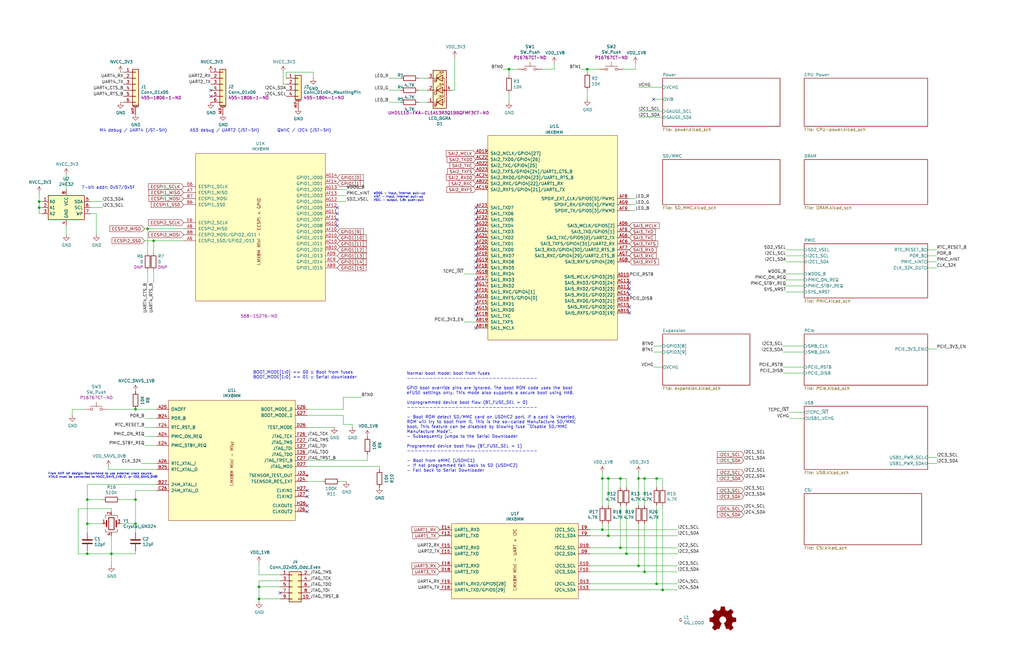
<source format=kicad_sch>
(kicad_sch (version 20231120) (generator "eeschema") (generator_version "8.0")
  (paper "USLedger")
  (title_block (title "kimχ micro") (date "2024-11-20") (rev "v1.0") (company "GroupGets, LLC") (comment 2 "https://www.ohwr.org/project/cernohl/wikis/Documents/CERN-OHL-version-2") (comment 3 "Licensed CERN-OHL-S V.2") (comment 4 "Copyright © 2020 GroupGets, LLC"))
  (junction (at 214.63 29.21))
  (junction (at 264.16 233.68))
  (junction (at 279.4 248.92))
  (junction (at 247.65 29.21))
  (junction (at 109.22 252.73))
  (junction (at 256.54 226.06))
  (junction (at 261.62 201.93))
  (junction (at 16.51 85.09))
  (junction (at 276.86 246.38))
  (junction (at 276.86 201.93))
  (junction (at 261.62 231.14))
  (junction (at 64.77 101.6))
  (junction (at 269.24 238.76))
  (junction (at 46.99 233.68))
  (junction (at 62.23 96.52))
  (junction (at 57.15 172.72))
  (junction (at 36.83 220.98))
  (junction (at 254 223.52))
  (junction (at 36.83 233.68))
  (junction (at 57.15 210.82))
  (junction (at 36.83 210.82))
  (junction (at 57.15 220.98))
  (junction (at 271.78 201.93))
  (junction (at 254 201.93))
  (junction (at 109.22 247.65))
  (junction (at 271.78 241.3))
  (junction (at 256.54 201.93))
  (junction (at 16.51 87.63))
  (junction (at 269.24 201.93))
  (no_connect (at 200.66 95.25))
  (no_connect (at 200.66 102.87))
  (no_connect (at 200.66 125.73))
  (no_connect (at 88.9 40.64))
  (no_connect (at 200.66 90.17))
  (no_connect (at 118.11 250.19))
  (no_connect (at 129.54 209.55))
  (no_connect (at 265.43 119.38))
  (no_connect (at 200.66 130.81))
  (no_connect (at 200.66 97.79))
  (no_connect (at 200.66 100.33))
  (no_connect (at 142.24 87.63))
  (no_connect (at 200.66 105.41))
  (no_connect (at 200.66 92.71))
  (no_connect (at 142.24 90.17))
  (no_connect (at 265.43 121.92))
  (no_connect (at 88.9 38.1))
  (no_connect (at 200.66 118.11))
  (no_connect (at 200.66 133.35))
  (no_connect (at 200.66 113.03))
  (no_connect (at 200.66 87.63))
  (no_connect (at 200.66 138.43))
  (no_connect (at 142.24 92.71))
  (no_connect (at 142.24 95.25))
  (no_connect (at 200.66 123.19))
  (no_connect (at 129.54 215.9))
  (no_connect (at 275.59 41.91))
  (no_connect (at 129.54 207.01))
  (no_connect (at 200.66 110.49))
  (no_connect (at 200.66 107.95))
  (no_connect (at 265.43 129.54))
  (no_connect (at 129.54 213.36))
  (no_connect (at 265.43 124.46))
  (no_connect (at 265.43 132.08))
  (no_connect (at 200.66 120.65))
  (no_connect (at 200.66 128.27))
  (wire (pts (xy 160.02 196.85) (xy 129.54 196.85)))
  (wire (pts (xy 275.59 148.59) (xy 279.4 148.59)))
  (wire (pts (xy 394.97 110.49) (xy 391.16 110.49)))
  (wire (pts (xy 256.54 213.36) (xy 256.54 201.93)))
  (wire (pts (xy 261.62 201.93) (xy 264.16 201.93)))
  (wire (pts (xy 57.15 210.82) (xy 50.8 210.82)))
  (wire (pts (xy 254 201.93) (xy 256.54 201.93)))
  (wire (pts (xy 163.83 38.1) (xy 168.91 38.1)))
  (wire (pts (xy 254 201.93) (xy 254 213.36)))
  (wire (pts (xy 57.15 233.68) (xy 57.15 232.41)))
  (wire (pts (xy 57.15 220.98) (xy 57.15 210.82)))
  (wire (pts (xy 191.77 24.13) (xy 191.77 38.1)))
  (wire (pts (xy 64.77 119.38) (xy 64.77 114.3)))
  (wire (pts (xy 62.23 96.52) (xy 77.47 96.52)))
  (wire (pts (xy 269.24 201.93) (xy 271.78 201.93)))
  (wire (pts (xy 256.54 201.93) (xy 261.62 201.93)))
  (wire (pts (xy 33.02 233.68) (xy 36.83 233.68)))
  (wire (pts (xy 330.2 146.05) (xy 339.09 146.05)))
  (wire (pts (xy 265.43 88.9) (xy 267.97 88.9)))
  (wire (pts (xy 269.24 49.53) (xy 279.4 49.53)))
  (wire (pts (xy 144.78 167.64) (xy 152.4 167.64)))
  (wire (pts (xy 267.97 26.67) (xy 267.97 29.21)))
  (wire (pts (xy 276.86 213.36) (xy 276.86 246.38)))
  (wire (pts (xy 331.47 123.19) (xy 339.09 123.19)))
  (wire (pts (xy 214.63 29.21) (xy 214.63 31.75)))
  (wire (pts (xy 16.51 87.63) (xy 16.51 90.17)))
  (wire (pts (xy 279.4 201.93) (xy 279.4 205.74)))
  (wire (pts (xy 265.43 86.36) (xy 267.97 86.36)))
  (wire (pts (xy 45.72 198.12) (xy 66.04 198.12)))
  (wire (pts (xy 247.65 29.21) (xy 252.73 29.21)))
  (wire (pts (xy 43.18 87.63) (xy 38.1 87.63)))
  (wire (pts (xy 271.78 201.93) (xy 276.86 201.93)))
  (wire (pts (xy 248.92 223.52) (xy 254 223.52)))
  (wire (pts (xy 118.11 252.73) (xy 109.22 252.73)))
  (wire (pts (xy 248.92 231.14) (xy 261.62 231.14)))
  (wire (pts (xy 46.99 214.63) (xy 33.02 214.63)))
  (wire (pts (xy 118.11 245.11) (xy 109.22 245.11)))
  (wire (pts (xy 279.4 248.92) (xy 248.92 248.92)))
  (wire (pts (xy 64.77 101.6) (xy 77.47 101.6)))
  (wire (pts (xy 52.07 43.18) (xy 50.8 43.18)))
  (wire (pts (xy 176.53 43.18) (xy 180.34 43.18)))
  (wire (pts (xy 36.83 232.41) (xy 36.83 233.68)))
  (wire (pts (xy 265.43 83.82) (xy 267.97 83.82)))
  (wire (pts (xy 30.48 172.72) (xy 35.56 172.72)))
  (wire (pts (xy 59.69 195.58) (xy 66.04 195.58)))
  (wire (pts (xy 191.77 38.1) (xy 190.5 38.1)))
  (wire (pts (xy 233.68 29.21) (xy 228.6 29.21)))
  (wire (pts (xy 269.24 238.76) (xy 248.92 238.76)))
  (wire (pts (xy 146.05 203.2) (xy 143.51 203.2)))
  (wire (pts (xy 109.22 247.65) (xy 118.11 247.65)))
  (wire (pts (xy 264.16 213.36) (xy 264.16 233.68)))
  (wire (pts (xy 254 220.98) (xy 254 223.52)))
  (wire (pts (xy 144.78 175.26) (xy 144.78 179.07)))
  (wire (pts (xy 60.96 96.52) (xy 62.23 96.52)))
  (wire (pts (xy 27.94 99.06) (xy 27.94 95.25)))
  (wire (pts (xy 66.04 184.15) (xy 60.96 184.15)))
  (wire (pts (xy 285.75 246.38) (xy 276.86 246.38)))
  (wire (pts (xy 394.97 195.58) (xy 391.16 195.58)))
  (wire (pts (xy 17.78 85.09) (xy 16.51 85.09)))
  (wire (pts (xy 233.68 26.67) (xy 233.68 29.21)))
  (wire (pts (xy 330.2 154.94) (xy 339.09 154.94)))
  (wire (pts (xy 247.65 41.91) (xy 247.65 38.1)))
  (wire (pts (xy 248.92 233.68) (xy 264.16 233.68)))
  (wire (pts (xy 17.78 87.63) (xy 16.51 87.63)))
  (wire (pts (xy 269.24 220.98) (xy 269.24 238.76)))
  (wire (pts (xy 214.63 43.18) (xy 214.63 39.37)))
  (wire (pts (xy 176.53 33.02) (xy 180.34 33.02)))
  (wire (pts (xy 27.94 73.66) (xy 27.94 80.01)))
  (wire (pts (xy 279.4 213.36) (xy 279.4 248.92)))
  (wire (pts (xy 36.83 220.98) (xy 36.83 224.79)))
  (wire (pts (xy 269.24 199.39) (xy 269.24 201.93)))
  (wire (pts (xy 132.08 30.48) (xy 120.65 30.48)))
  (wire (pts (xy 261.62 205.74) (xy 261.62 201.93)))
  (wire (pts (xy 214.63 29.21) (xy 218.44 29.21)))
  (wire (pts (xy 135.89 203.2) (xy 129.54 203.2)))
  (wire (pts (xy 264.16 233.68) (xy 285.75 233.68)))
  (wire (pts (xy 36.83 204.47) (xy 66.04 204.47)))
  (wire (pts (xy 62.23 119.38) (xy 62.23 114.3)))
  (wire (pts (xy 285.75 238.76) (xy 269.24 238.76)))
  (wire (pts (xy 332.74 176.53) (xy 339.09 176.53)))
  (wire (pts (xy 60.96 187.96) (xy 66.04 187.96)))
  (wire (pts (xy 331.47 110.49) (xy 339.09 110.49)))
  (wire (pts (xy 264.16 205.74) (xy 264.16 201.93)))
  (wire (pts (xy 254 199.39) (xy 254 201.93)))
  (wire (pts (xy 394.97 147.32) (xy 391.16 147.32)))
  (wire (pts (xy 46.99 226.06) (xy 46.99 233.68)))
  (wire (pts (xy 46.99 215.9) (xy 46.99 214.63)))
  (wire (pts (xy 45.72 172.72) (xy 57.15 172.72)))
  (wire (pts (xy 16.51 90.17) (xy 17.78 90.17)))
  (wire (pts (xy 16.51 81.28) (xy 16.51 85.09)))
  (wire (pts (xy 168.91 33.02) (xy 163.83 33.02)))
  (wire (pts (xy 119.38 35.56) (xy 120.65 35.56)))
  (wire (pts (xy 275.59 154.94) (xy 279.4 154.94)))
  (wire (pts (xy 46.99 233.68) (xy 46.99 238.76)))
  (wire (pts (xy 394.97 105.41) (xy 391.16 105.41)))
  (wire (pts (xy 16.51 85.09) (xy 16.51 87.63)))
  (wire (pts (xy 129.54 194.31) (xy 154.94 194.31)))
  (wire (pts (xy 142.24 85.09) (xy 146.05 85.09)))
  (wire (pts (xy 50.8 30.48) (xy 52.07 30.48)))
  (wire (pts (xy 62.23 96.52) (xy 62.23 106.68)))
  (wire (pts (xy 247.65 30.48) (xy 247.65 29.21)))
  (wire (pts (xy 394.97 107.95) (xy 391.16 107.95)))
  (wire (pts (xy 46.99 233.68) (xy 57.15 233.68)))
  (wire (pts (xy 168.91 43.18) (xy 163.83 43.18)))
  (wire (pts (xy 36.83 210.82) (xy 36.83 204.47)))
  (wire (pts (xy 36.83 210.82) (xy 43.18 210.82)))
  (wire (pts (xy 331.47 115.57) (xy 339.09 115.57)))
  (wire (pts (xy 64.77 101.6) (xy 64.77 106.68)))
  (wire (pts (xy 129.54 175.26) (xy 144.78 175.26)))
  (wire (pts (xy 245.11 29.21) (xy 247.65 29.21)))
  (wire (pts (xy 269.24 46.99) (xy 279.4 46.99)))
  (wire (pts (xy 146.05 80.01) (xy 142.24 80.01)))
  (wire (pts (xy 109.22 242.57) (xy 118.11 242.57)))
  (wire (pts (xy 43.18 85.09) (xy 38.1 85.09)))
  (wire (pts (xy 195.58 115.57) (xy 200.66 115.57)))
  (wire (pts (xy 43.18 220.98) (xy 36.83 220.98)))
  (wire (pts (xy 271.78 241.3) (xy 248.92 241.3)))
  (wire (pts (xy 212.09 29.21) (xy 214.63 29.21)))
  (wire (pts (xy 276.86 201.93) (xy 279.4 201.93)))
  (wire (pts (xy 267.97 29.21) (xy 262.89 29.21)))
  (wire (pts (xy 271.78 213.36) (xy 271.78 201.93)))
  (wire (pts (xy 119.38 30.48) (xy 119.38 35.56)))
  (wire (pts (xy 50.8 220.98) (xy 57.15 220.98)))
  (wire (pts (xy 261.62 231.14) (xy 285.75 231.14)))
  (wire (pts (xy 57.15 172.72) (xy 66.04 172.72)))
  (wire (pts (xy 148.59 179.07) (xy 148.59 180.34)))
  (wire (pts (xy 256.54 220.98) (xy 256.54 226.06)))
  (wire (pts (xy 66.04 207.01) (xy 57.15 207.01)))
  (wire (pts (xy 154.94 194.31) (xy 154.94 191.77)))
  (wire (pts (xy 60.96 180.34) (xy 66.04 180.34)))
  (wire (pts (xy 38.1 90.17) (xy 40.64 90.17)))
  (wire (pts (xy 254 223.52) (xy 285.75 223.52)))
  (wire (pts (xy 285.75 226.06) (xy 256.54 226.06)))
  (wire (pts (xy 331.47 118.11) (xy 339.09 118.11)))
  (wire (pts (xy 109.22 254) (xy 109.22 252.73)))
  (wire (pts (xy 120.65 30.48) (xy 120.65 33.02)))
  (wire (pts (xy 269.24 213.36) (xy 269.24 201.93)))
  (wire (pts (xy 276.86 246.38) (xy 248.92 246.38)))
  (wire (pts (xy 57.15 220.98) (xy 57.15 224.79)))
  (wire (pts (xy 332.74 173.99) (xy 339.09 173.99)))
  (wire (pts (xy 331.47 105.41) (xy 339.09 105.41)))
  (wire (pts (xy 330.2 148.59) (xy 339.09 148.59)))
  (wire (pts (xy 60.96 176.53) (xy 66.04 176.53)))
  (wire (pts (xy 109.22 252.73) (xy 109.22 247.65)))
  (wire (pts (xy 40.64 90.17) (xy 40.64 99.06)))
  (wire (pts (xy 276.86 205.74) (xy 276.86 201.93)))
  (wire (pts (xy 160.02 198.12) (xy 160.02 196.85)))
  (wire (pts (xy 331.47 107.95) (xy 339.09 107.95)))
  (wire (pts (xy 36.83 233.68) (xy 46.99 233.68)))
  (wire (pts (xy 144.78 179.07) (xy 148.59 179.07)))
  (wire (pts (xy 60.96 101.6) (xy 64.77 101.6)))
  (wire (pts (xy 285.75 241.3) (xy 271.78 241.3)))
  (wire (pts (xy 330.2 157.48) (xy 339.09 157.48)))
  (wire (pts (xy 132.08 33.02) (xy 132.08 30.48)))
  (wire (pts (xy 33.02 214.63) (xy 33.02 233.68)))
  (wire (pts (xy 394.97 193.04) (xy 391.16 193.04)))
  (wire (pts (xy 129.54 172.72) (xy 144.78 172.72)))
  (wire (pts (xy 109.22 237.49) (xy 109.22 242.57)))
  (wire (pts (xy 269.24 36.83) (xy 279.4 36.83)))
  (wire (pts (xy 394.97 113.03) (xy 391.16 113.03)))
  (wire (pts (xy 176.53 38.1) (xy 180.34 38.1)))
  (wire (pts (xy 36.83 220.98) (xy 36.83 210.82)))
  (wire (pts (xy 285.75 248.92) (xy 279.4 248.92)))
  (wire (pts (xy 261.62 213.36) (xy 261.62 231.14)))
  (wire (pts (xy 57.15 207.01) (xy 57.15 210.82)))
  (wire (pts (xy 146.05 82.55) (xy 142.24 82.55)))
  (wire (pts (xy 144.78 172.72) (xy 144.78 167.64)))
  (wire (pts (xy 275.59 146.05) (xy 279.4 146.05)))
  (wire (pts (xy 140.97 180.34) (xy 129.54 180.34)))
  (wire (pts (xy 279.4 41.91) (xy 275.59 41.91)))
  (wire (pts (xy 195.58 135.89) (xy 200.66 135.89)))
  (wire (pts (xy 271.78 220.98) (xy 271.78 241.3)))
  (wire (pts (xy 45.72 196.85) (xy 45.72 198.12)))
  (wire (pts (xy 30.48 175.26) (xy 30.48 172.72)))
  (wire (pts (xy 256.54 226.06) (xy 248.92 226.06)))
  (wire (pts (xy 331.47 120.65) (xy 339.09 120.65)))
  (wire (pts (xy 109.22 245.11) (xy 109.22 247.65)))
  (text "A53 debug / UART2 (JST-SH)" (at 80.01 55.88 0) (effects (font (size 1.27 1.27)) (justify left bottom)))
  (text "Normal boot mode: boot from fuses\n-----------------------------------\n\nGPIO boot override pins are ignored. The boot ROM code uses the boot \neFUSE settings only. This mode also supports a secure boot using HAB.\n\nUnprogrammed device boot flow (BT_FUSE_SEL = 0)\n-----------------------------------\n\n- Boot ROM detect SD/MMC card on USDHC2 port. If a card is inserted, \nROM will try to boot from it. This is the so-called Manufacture SD/MMC\nboot. This feature can be disabled by blowing fuse “Disable SD/MMC \nManufacture Mode”.\n- Subsequently jumps to the Serial Downloader\n\nProgrammed device boot flow (BT_FUSE_SEL = 1)\n-----------------------------------\n\n- Boot from eMMC (USDHC1)\n- If not programmed fall back to SD (USDHC2)\n- Fall back to Serial Downloader" (at 171.45 199.39 0) (effects (font (size 1.27 1.27)) (justify left bottom)))
  (text "M4 debug / UART4 (JST-SH)" (at 41.91 55.88 0) (effects (font (size 1.27 1.27)) (justify left bottom)))
  (text "7-bit addr: 0x57/0x5F" (at 34.29 80.01 0) (effects (font (size 1.27 1.27)) (justify left bottom)))
  (text "QWIIC / I2C4 (JST-SH)" (at 116.84 55.88 0) (effects (font (size 1.27 1.27)) (justify left bottom)))
  (text "From NXP ref design: Recommend to use external clock source,\nXTALO must be connected to NVCC_SNVS_1V8/2, or VDD_SNVS_0V8!" (at 20.32 201.93 0) (effects (font (size 0.889 0.889)) (justify left bottom)))
  (text "BOOT_MODE[1:0] == 00 :: Boot from fuses\nBOOT_MODE[1:0] == 01 :: Serial downloader" (at 106.68 160.02 0) (effects (font (size 1.27 1.27)) (justify left bottom)))
  (text "WDOG - input, internal pull-up\nnINT - input, internal pull-up\nVSEL - output, 1.8v push-pull" (at 157.48 85.09 0) (effects (font (size 0.889 0.889)) (justify left bottom)))
  (label "I2C1_SCL" (at 269.24 46.99 0))
  (label "I2C1_SDA" (at 269.24 49.53 0))
  (label "I2C2_SCL" (at 313.69 199.39 0))
  (label "LED_G" (at 163.83 38.1 180))
  (label "UART2_TX" (at 88.9 35.56 180))
  (label "I2C3_SDA" (at 394.97 195.58 0))
  (label "SD2_VSEL" (at 331.47 105.41 180))
  (label "RTC_RESET_B" (at 394.97 105.41 0))
  (label "PCIE_DISB" (at 330.2 157.48 180))
  (label "I2C4_SDA" (at 313.69 217.17 0))
  (label "VCHG" (at 275.59 154.94 180))
  (label "I2C1_SDA" (at 285.75 226.06 0))
  (label "I2C4_SCL" (at 285.75 246.38 0))
  (label "VCHG" (at 269.24 36.83 0))
  (label "LED_R" (at 267.97 83.82 0))
  (label "I2C2_SCL" (at 285.75 231.14 0))
  (label "PCIE_RSTB" (at 330.2 154.94 180))
  (label "JTAG_TRST_B" (at 130.81 252.73 0))
  (label "BTN0" (at 212.09 29.21 180))
  (label "PCIE_3V3_EN" (at 195.58 135.89 180))
  (label "LED_B" (at 267.97 88.9 0))
  (label "LED_B" (at 163.83 43.18 180))
  (label "UART4_RX" (at 52.07 33.02 180))
  (label "I2C3_SCL" (at 394.97 193.04 0))
  (label "I2C4_SDA" (at 285.75 248.92 0))
  (label "I2C3_SDA" (at 285.75 241.3 0))
  (label "I2C1_SDA" (at 331.47 110.49 180))
  (label "I2C3_SCL" (at 330.2 146.05 180))
  (label "WDOG_B" (at 331.47 115.57 180))
  (label "I2C2_SDA" (at 285.75 233.68 0))
  (label "POR_B" (at 394.97 107.95 0))
  (label "I2C3_SDA" (at 313.69 209.55 0))
  (label "JTAG_TCK" (at 130.81 245.11 0))
  (label "I2C1_SCL" (at 313.69 191.77 0))
  (label "I2C3_SDA" (at 43.18 85.09 0))
  (label "CLK_32K" (at 59.69 195.58 180))
  (label "CLK_32K" (at 394.97 113.03 0))
  (label "I2C1_SCL" (at 285.75 223.52 0))
  (label "JTAG_TDO" (at 129.54 191.77 0))
  (label "I2C3_SCL" (at 313.69 207.01 0))
  (label "LED_G" (at 267.97 86.36 0))
  (label "PCIE_RSTB" (at 265.43 116.84 0))
  (label "BTN1" (at 275.59 148.59 180))
  (label "UART4_RTS_B" (at 64.77 119.38 270))
  (label "JTAG_TDO" (at 130.81 247.65 0))
  (label "BTN0" (at 275.59 146.05 180))
  (label "PCIE_DISB" (at 265.43 127 0))
  (label "I2C3_SCL" (at 285.75 238.76 0))
  (label "UART4_CTS_B" (at 62.23 119.38 270))
  (label "BTN0" (at 152.4 167.64 0))
  (label "PMIC_ON_REQ" (at 60.96 184.15 180))
  (label "UART2_RX" (at 88.9 33.02 180))
  (label "LED_R" (at 163.83 33.02 180))
  (label "PMIC_STBY_REQ" (at 331.47 120.65 180))
  (label "PCIE_3V3_EN" (at 394.97 147.32 0))
  (label "TCPC_~{INT}" (at 195.58 115.57 180))
  (label "I2C1_SCL" (at 331.47 107.95 180))
  (label "SYS_NRST" (at 331.47 123.19 180))
  (label "PMIC_ON_REQ" (at 331.47 118.11 180))
  (label "POR_B" (at 60.96 176.53 180))
  (label "BTN1" (at 245.11 29.21 180))
  (label "I2C4_SDA" (at 120.65 38.1 180))
  (label "UART4_RX" (at 185.42 246.38 180))
  (label "PMIC_nINT" (at 394.97 110.49 0))
  (label "I2C4_SCL" (at 313.69 214.63 0))
  (label "I2C3_SDA" (at 330.2 148.59 180))
  (label "PMIC_nINT" (at 146.05 82.55 0))
  (label "JTAG_TCK" (at 129.54 184.15 0))
  (label "RTC_RESET_B" (at 60.96 180.34 180))
  (label "JTAG_TDI" (at 129.54 189.23 0))
  (label "SD2_VSEL" (at 146.05 85.09 0))
  (label "I2C1_SDA" (at 313.69 194.31 0))
  (label "PMIC_STBY_REQ" (at 60.96 187.96 180))
  (label "I2C2_SDA" (at 313.69 201.93 0))
  (label "UART2_TX" (at 185.42 233.68 180))
  (label "I2C3_SCL" (at 43.18 87.63 0))
  (label "I2C4_SCL" (at 120.65 40.64 180))
  (label "UART4_TX" (at 52.07 35.56 180))
  (label "JTAG_TDI" (at 130.81 250.19 0))
  (label "JTAG_TMS" (at 129.54 186.69 0))
  (label "UART2_RX" (at 185.42 231.14 180))
  (label "JTAG_TMS" (at 130.81 242.57 0))
  (label "WDOG_B" (at 146.05 80.01 0))
  (label "TCPC_~{INT}" (at 332.74 173.99 180))
  (label "VCHG" (at 332.74 176.53 180))
  (label "UART4_CTS_B" (at 52.07 38.1 180))
  (label "UART4_TX" (at 185.42 248.92 180))
  (label "UART4_RTS_B" (at 52.07 40.64 180))
  (label "JTAG_TRST_B" (at 129.54 194.31 0))
  (global_label "ECSPI2_SS0" (shape input) (at 60.96 101.6 180) (property "Intersheetrefs" "${INTERSHEET_REFS}" (effects (hide yes))))
  (global_label "UART3_TX" (shape input) (at 185.42 241.3 180) (property "Intersheetrefs" "${INTERSHEET_REFS}" (effects (hide yes))))
  (global_label "I2C2_SCL" (shape input) (at 313.69 199.39 180) (property "Intersheetrefs" "${INTERSHEET_REFS}" (effects (hide yes))))
  (global_label "SAI3_TXC" (shape input) (at 265.43 100.33 0) (property "Intersheetrefs" "${INTERSHEET_REFS}" (effects (hide yes))))
  (global_label "SAI2_TXFS" (shape input) (at 200.66 72.39 180) (property "Intersheetrefs" "${INTERSHEET_REFS}" (effects (hide yes))))
  (global_label "I2C3_SDA" (shape input) (at 313.69 209.55 180) (property "Intersheetrefs" "${INTERSHEET_REFS}" (effects (hide yes))))
  (global_label "UART3_RX" (shape input) (at 185.42 238.76 180) (property "Intersheetrefs" "${INTERSHEET_REFS}" (effects (hide yes))))
  (global_label "SAI2_MCLK" (shape input) (at 200.66 64.77 180) (property "Intersheetrefs" "${INTERSHEET_REFS}" (effects (hide yes))))
  (global_label "SAI3_TXD" (shape input) (at 265.43 97.79 0) (property "Intersheetrefs" "${INTERSHEET_REFS}" (effects (hide yes))))
  (global_label "I2C1_SDA" (shape input) (at 313.69 194.31 180) (property "Intersheetrefs" "${INTERSHEET_REFS}" (effects (hide yes))))
  (global_label "SAI2_TXD0" (shape input) (at 200.66 67.31 180) (property "Intersheetrefs" "${INTERSHEET_REFS}" (effects (hide yes))))
  (global_label "ECSPI1_MISO" (shape input) (at 77.47 81.28 180) (property "Intersheetrefs" "${INTERSHEET_REFS}" (effects (hide yes))))
  (global_label "ECSPI1_SS0" (shape input) (at 77.47 86.36 180) (property "Intersheetrefs" "${INTERSHEET_REFS}" (effects (hide yes))))
  (global_label "I2C4_SDA" (shape input) (at 313.69 217.17 180) (property "Intersheetrefs" "${INTERSHEET_REFS}" (effects (hide yes))))
  (global_label "GPIO1[0]" (shape input) (at 142.24 74.93 0) (property "Intersheetrefs" "${INTERSHEET_REFS}" (effects (hide yes))))
  (global_label "ECSPI2_MISO" (shape input) (at 60.96 96.52 180) (property "Intersheetrefs" "${INTERSHEET_REFS}" (effects (hide yes))))
  (global_label "I2C3_SCL" (shape input) (at 313.69 207.01 180) (property "Intersheetrefs" "${INTERSHEET_REFS}" (effects (hide yes))))
  (global_label "SAI3_RXD" (shape input) (at 265.43 105.41 0) (property "Intersheetrefs" "${INTERSHEET_REFS}" (effects (hide yes))))
  (global_label "GPIO1[9]" (shape input) (at 142.24 97.79 0) (property "Intersheetrefs" "${INTERSHEET_REFS}" (effects (hide yes))))
  (global_label "SAI3_RXC" (shape input) (at 265.43 107.95 0) (property "Intersheetrefs" "${INTERSHEET_REFS}" (effects (hide yes))))
  (global_label "GPIO1[1]" (shape input) (at 142.24 77.47 0) (property "Intersheetrefs" "${INTERSHEET_REFS}" (effects (hide yes))))
  (global_label "SAI3_MCLK" (shape input) (at 265.43 95.25 0) (property "Intersheetrefs" "${INTERSHEET_REFS}" (effects (hide yes))))
  (global_label "GPIO1[14]" (shape input) (at 142.24 110.49 0) (property "Intersheetrefs" "${INTERSHEET_REFS}" (effects (hide yes))))
  (global_label "GPIO1[11]" (shape input) (at 142.24 102.87 0) (property "Intersheetrefs" "${INTERSHEET_REFS}" (effects (hide yes))))
  (global_label "SAI2_RXC" (shape input) (at 200.66 77.47 180) (property "Intersheetrefs" "${INTERSHEET_REFS}" (effects (hide yes))))
  (global_label "GPIO1[13]" (shape input) (at 142.24 107.95 0) (property "Intersheetrefs" "${INTERSHEET_REFS}" (effects (hide yes))))
  (global_label "SAI3_RXFS" (shape input) (at 265.43 110.49 0) (property "Intersheetrefs" "${INTERSHEET_REFS}" (effects (hide yes))))
  (global_label "ECSPI2_SCLK" (shape input) (at 77.47 93.98 180) (property "Intersheetrefs" "${INTERSHEET_REFS}" (effects (hide yes))))
  (global_label "GPIO1[15]" (shape input) (at 142.24 113.03 0) (property "Intersheetrefs" "${INTERSHEET_REFS}" (effects (hide yes))))
  (global_label "GPIO1[10]" (shape input) (at 142.24 100.33 0) (property "Intersheetrefs" "${INTERSHEET_REFS}" (effects (hide yes))))
  (global_label "ECSPI2_MOSI" (shape input) (at 77.47 99.06 180) (property "Intersheetrefs" "${INTERSHEET_REFS}" (effects (hide yes))))
  (global_label "I2C4_SCL" (shape input) (at 313.69 214.63 180) (property "Intersheetrefs" "${INTERSHEET_REFS}" (effects (hide yes))))
  (global_label "SAI2_TXC" (shape input) (at 200.66 69.85 180) (property "Intersheetrefs" "${INTERSHEET_REFS}" (effects (hide yes))))
  (global_label "UART1_TX" (shape input) (at 185.42 226.06 180) (property "Intersheetrefs" "${INTERSHEET_REFS}" (effects (hide yes))))
  (global_label "SAI2_RXD0" (shape input) (at 200.66 74.93 180) (property "Intersheetrefs" "${INTERSHEET_REFS}" (effects (hide yes))))
  (global_label "SAI2_RXFS" (shape input) (at 200.66 80.01 180) (property "Intersheetrefs" "${INTERSHEET_REFS}" (effects (hide yes))))
  (global_label "GPIO1[12]" (shape input) (at 142.24 105.41 0) (property "Intersheetrefs" "${INTERSHEET_REFS}" (effects (hide yes))))
  (global_label "I2C2_SDA" (shape input) (at 313.69 201.93 180) (property "Intersheetrefs" "${INTERSHEET_REFS}" (effects (hide yes))))
  (global_label "ECSPI1_MOSI" (shape input) (at 77.47 83.82 180) (property "Intersheetrefs" "${INTERSHEET_REFS}" (effects (hide yes))))
  (global_label "ECSPI1_SCLK" (shape input) (at 77.47 78.74 180) (property "Intersheetrefs" "${INTERSHEET_REFS}" (effects (hide yes))))
  (global_label "I2C1_SCL" (shape input) (at 313.69 191.77 180) (property "Intersheetrefs" "${INTERSHEET_REFS}" (effects (hide yes))))
  (global_label "UART1_RX" (shape input) (at 185.42 223.52 180) (property "Intersheetrefs" "${INTERSHEET_REFS}" (effects (hide yes))))
  (global_label "SAI3_TXFS" (shape input) (at 265.43 102.87 0) (property "Intersheetrefs" "${INTERSHEET_REFS}" (effects (hide yes))))
  (symbol (lib_id "Switch:SW_Push") (at 223.52 29.21 0) (unit 1)
    (property "Reference" "SW1" (at 223.52 19.685 0))
    (property "Value" "SW_Push" (at 223.52 21.9964 0))
    (property "Footprint" "mxenc:SW_SPST_EVQP7A" (effects (hide yes)))
    (property "Vendorpart" "P16767CT-ND" (at 223.52 24.3078 0))
    (property "Mfgr" "Panasonic" (effects (hide yes)))
    (property "Mfgrpart" "EVQ-P7J01P" (effects (hide yes)))
  )
  (symbol (lib_id "Connector_Generic_MountingPin:Conn_01x06_MountingPin") (at 57.15 35.56 0) (unit 1)
    (property "Reference" "J1" (at 59.3852 36.6014 0) (effects (justify left)))
    (property "Value" "Conn_01x06" (at 59.3852 38.9128 0) (effects (justify left)))
    (property "Footprint" "Connector_JST:JST_SH_SM06B-SRSS-TB_1x06-1MP_P1.00mm_Horizontal" (effects (hide yes)))
    (property "Vendorpart" "455-1806-1-ND" (at 59.3852 41.2242 0) (effects (justify left)))
    (property "Mfgr" "JST" (effects (hide yes)))
    (property "Mfgrpart" "SM06B-SRSS-TB(LF)(SN)" (effects (hide yes)))
  )
  (symbol (lib_id "mxenc:MIMX8MM6DVTLZAA") (at 217.17 289.56 0) (unit 6)
    (property "Reference" "U1" (at 217.17 216.789 0))
    (property "Value" "IMX8MM" (at 217.17 219.1004 0))
    (property "Footprint" "mxenc:BGA-729_27x27_14.0x14.0mm" (effects (hide yes)))
    (property "Mfgr" "NXP" (effects (hide yes)))
    (property "Vendorpart" "568-15276-ND" (effects (hide yes)))
    (property "Mfgrpart" "MIMX8MM6CVTKZAA" (effects (hide yes)))
  )
  (symbol (lib_id "power:GND") (at 148.59 180.34 0) (unit 1)
    (property "Reference" "#PWR022" (effects (hide yes)))
    (property "Value" "GND" (at 148.717 184.7342 0))
  )
  (symbol (lib_id "Device:R") (at 254 217.17 0) (mirror y) (unit 1)
    (property "Reference" "R17" (at 252.222 216.0016 0) (effects (justify left)))
    (property "Value" "4.7K" (at 252.222 218.313 0) (effects (justify left)))
    (property "Footprint" "Resistor_SMD:R_0201_0603Metric" (effects (hide yes)))
    (property "Mfgr" "Yageo" (effects (hide yes)))
    (property "Vendorpart" "311-4.7KNCT-ND" (effects (hide yes)))
    (property "Mfgrpart" "RC0201JR-074K7L" (effects (hide yes)))
  )
  (symbol (lib_id "Device:R") (at 256.54 217.17 0) (unit 1)
    (property "Reference" "R18" (at 258.318 216.0016 0) (effects (justify left)))
    (property "Value" "4.7K" (at 258.318 218.313 0) (effects (justify left)))
    (property "Footprint" "Resistor_SMD:R_0201_0603Metric" (effects (hide yes)))
    (property "Mfgr" "Yageo" (effects (hide yes)))
    (property "Vendorpart" "311-4.7KNCT-ND" (effects (hide yes)))
    (property "Mfgrpart" "RC0201JR-074K7L" (effects (hide yes)))
  )
  (symbol (lib_id "Device:R") (at 269.24 217.17 0) (mirror y) (unit 1)
    (property "Reference" "R19" (at 267.462 216.0016 0) (effects (justify left)))
    (property "Value" "4.7K" (at 267.462 218.313 0) (effects (justify left)))
    (property "Footprint" "Resistor_SMD:R_0201_0603Metric" (effects (hide yes)))
    (property "Mfgr" "Yageo" (effects (hide yes)))
    (property "Vendorpart" "311-4.7KNCT-ND" (effects (hide yes)))
    (property "Mfgrpart" "RC0201JR-074K7L" (effects (hide yes)))
  )
  (symbol (lib_id "Device:R") (at 271.78 217.17 0) (unit 1)
    (property "Reference" "R20" (at 273.558 216.0016 0) (effects (justify left)))
    (property "Value" "4.7K" (at 273.558 218.313 0) (effects (justify left)))
    (property "Footprint" "Resistor_SMD:R_0201_0603Metric" (effects (hide yes)))
    (property "Mfgr" "Yageo" (effects (hide yes)))
    (property "Vendorpart" "311-4.7KNCT-ND" (effects (hide yes)))
    (property "Mfgrpart" "RC0201JR-074K7L" (effects (hide yes)))
  )
  (symbol (lib_id "Device:R") (at 261.62 209.55 0) (mirror y) (unit 1)
    (property "Reference" "R12" (at 259.842 208.3816 0) (effects (justify left)))
    (property "Value" "4.7K" (at 259.842 210.693 0) (effects (justify left)))
    (property "Footprint" "Resistor_SMD:R_0201_0603Metric" (effects (hide yes)))
    (property "Mfgr" "Yageo" (effects (hide yes)))
    (property "Vendorpart" "311-4.7KNCT-ND" (effects (hide yes)))
    (property "Mfgrpart" "RC0201JR-074K7L" (effects (hide yes)))
  )
  (symbol (lib_id "Device:R") (at 264.16 209.55 0) (unit 1)
    (property "Reference" "R13" (at 265.938 208.3816 0) (effects (justify left)))
    (property "Value" "4.7K" (at 265.938 210.693 0) (effects (justify left)))
    (property "Footprint" "Resistor_SMD:R_0201_0603Metric" (effects (hide yes)))
    (property "Mfgr" "Yageo" (effects (hide yes)))
    (property "Vendorpart" "311-4.7KNCT-ND" (effects (hide yes)))
    (property "Mfgrpart" "RC0201JR-074K7L" (effects (hide yes)))
  )
  (symbol (lib_id "Device:R") (at 276.86 209.55 0) (mirror y) (unit 1)
    (property "Reference" "R14" (at 275.082 208.3816 0) (effects (justify left)))
    (property "Value" "4.7K" (at 275.082 210.693 0) (effects (justify left)))
    (property "Footprint" "Resistor_SMD:R_0201_0603Metric" (effects (hide yes)))
    (property "Mfgr" "Yageo" (effects (hide yes)))
    (property "Vendorpart" "311-4.7KNCT-ND" (effects (hide yes)))
    (property "Mfgrpart" "RC0201JR-074K7L" (effects (hide yes)))
  )
  (symbol (lib_id "Device:R") (at 279.4 209.55 0) (unit 1)
    (property "Reference" "R15" (at 281.178 208.3816 0) (effects (justify left)))
    (property "Value" "4.7K" (at 281.178 210.693 0) (effects (justify left)))
    (property "Footprint" "Resistor_SMD:R_0201_0603Metric" (effects (hide yes)))
    (property "Mfgr" "Yageo" (effects (hide yes)))
    (property "Vendorpart" "311-4.7KNCT-ND" (effects (hide yes)))
    (property "Mfgrpart" "RC0201JR-074K7L" (effects (hide yes)))
  )
  (symbol (lib_id "Device:R") (at 247.65 34.29 180) (unit 1)
    (property "Reference" "R2" (at 249.428 33.1216 0) (effects (justify right)))
    (property "Value" "10K" (at 249.428 35.433 0) (effects (justify right)))
    (property "Footprint" "Resistor_SMD:R_0201_0603Metric" (effects (hide yes)))
    (property "Vendorpart" "P123222CT-ND" (effects (hide yes)))
    (property "Mfgr" "Panasonic" (effects (hide yes)))
    (property "Mfgrpart" "ERJ-1GNJ103C" (effects (hide yes)))
  )
  (symbol (lib_id "mxenc:VDD_1V8") (at 233.68 26.67 0) (unit 1)
    (property "Reference" "#PWR02" (effects (hide yes)))
    (property "Value" "VDD_1V8" (at 234.061 22.2758 0))
  )
  (symbol (lib_id "mxenc:VDD_1V8") (at 267.97 26.67 0) (unit 1)
    (property "Reference" "#PWR03" (effects (hide yes)))
    (property "Value" "VDD_1V8" (at 268.351 22.2758 0))
  )
  (symbol (lib_id "Device:R") (at 214.63 35.56 180) (unit 1)
    (property "Reference" "R3" (at 216.408 34.3916 0) (effects (justify right)))
    (property "Value" "10K" (at 216.408 36.703 0) (effects (justify right)))
    (property "Footprint" "Resistor_SMD:R_0201_0603Metric" (effects (hide yes)))
    (property "Mfgr" "Panasonic" (effects (hide yes)))
    (property "Vendorpart" "P123222CT-ND" (effects (hide yes)))
    (property "Mfgrpart" "ERJ-1GNJ103C" (effects (hide yes)))
  )
  (symbol (lib_id "power:GND") (at 247.65 41.91 0) (unit 1)
    (property "Reference" "#PWR08" (effects (hide yes)))
    (property "Value" "GND" (at 247.777 46.3042 0))
  )
  (symbol (lib_id "power:GND") (at 214.63 43.18 0) (unit 1)
    (property "Reference" "#PWR011" (effects (hide yes)))
    (property "Value" "GND" (at 214.757 47.5742 0))
  )
  (symbol (lib_id "mxenc:MIMX8MM6DVTLZAA") (at 233.68 74.93 180) (unit 7)
    (property "Reference" "U1" (at 233.68 53.34 0))
    (property "Value" "IMX8MM" (at 233.68 55.88 0))
    (property "Footprint" "mxenc:BGA-729_27x27_14.0x14.0mm" (effects (hide yes)))
    (property "Mfgr" "NXP" (effects (hide yes)))
    (property "Vendorpart" "568-15276-ND" (effects (hide yes)))
    (property "Mfgrpart" "MIMX8MM6CVTKZAA" (effects (hide yes)))
  )
  (symbol (lib_id "Memory_EEPROM:24LC16") (at 27.94 87.63 0) (unit 1)
    (property "Reference" "U2" (at 27.94 75.4126 0))
    (property "Value" "24C32" (at 27.94 77.724 0))
    (property "Footprint" "Package_DFN_QFN:DFN-8-1EP_3x2mm_P0.5mm_EP1.36x1.46mm" (effects (hide yes)))
    (property "Datasheet" "http://www.st.com/content/ccc/resource/technical/document/datasheet/80/4e/8c/54/f2/63/4c/4a/CD00001012.pdf/files/CD00001012.pdf/jcr:content/translations/en.CD00001012.pdf" (effects (hide yes)))
    (property "Mfgr" "ST" (effects (hide yes)))
    (property "Vendorpart" "497-15757-1-ND" (effects (hide yes)))
    (property "Mfgrpart" "M24C32-FMC6TG" (effects (hide yes)))
  )
  (symbol (lib_id "mxenc:VDD_1V8") (at 254 199.39 0) (unit 1)
    (property "Reference" "#PWR025" (effects (hide yes)))
    (property "Value" "VDD_1V8" (at 254.381 194.9958 0))
  )
  (symbol (lib_id "power:GND") (at 27.94 99.06 0) (unit 1)
    (property "Reference" "#PWR017" (effects (hide yes)))
    (property "Value" "GND" (at 28.067 103.4542 0))
  )
  (symbol (lib_id "power:GND") (at 40.64 99.06 0) (unit 1)
    (property "Reference" "#PWR018" (effects (hide yes)))
    (property "Value" "GND" (at 40.767 103.4542 0))
  )
  (symbol (lib_id "mxenc:VDD_3V3") (at 191.77 24.13 0) (unit 1)
    (property "Reference" "#PWR01" (effects (hide yes)))
    (property "Value" "VDD_3V3" (at 192.151 19.7358 0))
  )
  (symbol (lib_id "mxenc:MIMX8MM6DVTLZAA") (at 97.79 237.49 0) (unit 12)
    (property "Reference" "U1" (at 97.79 164.719 0))
    (property "Value" "IMX8MM" (at 97.79 167.0304 0))
    (property "Footprint" "mxenc:BGA-729_27x27_14.0x14.0mm" (effects (hide yes)))
    (property "Mfgr" "NXP" (effects (hide yes)))
    (property "Vendorpart" "568-15276-ND" (effects (hide yes)))
    (property "Mfgrpart" "MIMX8MM6CVTKZAA" (effects (hide yes)))
  )
  (symbol (lib_id "Device:Crystal_GND24") (at 46.99 220.98 0) (unit 1)
    (property "Reference" "Y1" (at 51.9176 219.8116 0) (effects (justify left)))
    (property "Value" "Crystal_GND24" (at 51.9176 222.123 0) (effects (justify left)))
    (property "Footprint" "mxenc:XRCGB" (effects (hide yes)))
    (property "Mfgr" "Murata" (effects (hide yes)))
    (property "Vendorpart" "490-5575-1-ND" (effects (hide yes)))
    (property "Mfgrpart" "XRCGB24M000F0L00R0" (effects (hide yes)))
  )
  (symbol (lib_id "Device:C") (at 36.83 228.6 0) (unit 1)
    (property "Reference" "C1" (at 39.751 227.4316 0) (effects (justify left)))
    (property "Value" "12pF" (at 39.751 229.743 0) (effects (justify left)))
    (property "Footprint" "Capacitor_SMD:C_0201_0603Metric" (effects (hide yes)))
    (property "Mfgr" "TDK" (effects (hide yes)))
    (property "Vendorpart" "445-9070-1-ND" (effects (hide yes)))
    (property "Mfgrpart" "CGA1A2C0G1E120J030BA" (effects (hide yes)))
  )
  (symbol (lib_id "Device:C") (at 57.15 228.6 0) (unit 1)
    (property "Reference" "C2" (at 60.071 227.4316 0) (effects (justify left)))
    (property "Value" "12pF" (at 60.071 229.743 0) (effects (justify left)))
    (property "Footprint" "Capacitor_SMD:C_0201_0603Metric" (effects (hide yes)))
    (property "Mfgr" "TDK" (effects (hide yes)))
    (property "Vendorpart" "445-9070-1-ND" (effects (hide yes)))
    (property "Mfgrpart" "CGA1A2C0G1E120J030BA" (effects (hide yes)))
  )
  (symbol (lib_id "power:GND") (at 46.99 238.76 0) (unit 1)
    (property "Reference" "#PWR030" (effects (hide yes)))
    (property "Value" "GND" (at 47.117 243.1542 0))
  )
  (symbol (lib_id "Device:R") (at 46.99 210.82 270) (unit 1)
    (property "Reference" "R16" (at 46.99 205.5622 90))
    (property "Value" "510K" (at 46.99 207.8736 90))
    (property "Footprint" "Resistor_SMD:R_0201_0603Metric" (effects (hide yes)))
    (property "Mfgr" "Yageo" (effects (hide yes)))
    (property "Vendorpart" "YAG2713CT-ND" (effects (hide yes)))
    (property "Mfgrpart" "RC0201FR-07510KL" (effects (hide yes)))
  )
  (symbol (lib_id "Connector_Generic_MountingPin:Conn_01x06_MountingPin") (at 93.98 35.56 0) (unit 1)
    (property "Reference" "J2" (at 96.2152 36.6014 0) (effects (justify left)))
    (property "Value" "Conn_01x06" (at 96.2152 38.9128 0) (effects (justify left)))
    (property "Footprint" "Connector_JST:JST_SH_SM06B-SRSS-TB_1x06-1MP_P1.00mm_Horizontal" (effects (hide yes)))
    (property "Vendorpart" "455-1806-1-ND" (at 96.2152 41.2242 0) (effects (justify left)))
    (property "Mfgr" "JST" (effects (hide yes)))
    (property "Mfgrpart" "SM06B-SRSS-TB(LF)(SN)" (effects (hide yes)))
  )
  (symbol (lib_id "mxenc:VDD_SNVS_0V8") (at 45.72 196.85 0) (unit 1)
    (property "Reference" "#PWR024" (effects (hide yes)))
    (property "Value" "VDD_SNVS_0V8" (at 46.101 192.4558 0))
  )
  (symbol (lib_id "mxenc:VDD_3V3") (at 269.24 199.39 0) (unit 1)
    (property "Reference" "#PWR026" (effects (hide yes)))
    (property "Value" "VDD_3V3" (at 269.621 194.9958 0))
  )
  (symbol (lib_id "power:GND") (at 88.9 43.18 0) (unit 1)
    (property "Reference" "#PWR010" (effects (hide yes)))
    (property "Value" "GND" (at 89.027 47.5742 0))
  )
  (symbol (lib_id "power:GND") (at 50.8 43.18 0) (unit 1)
    (property "Reference" "#PWR09" (effects (hide yes)))
    (property "Value" "GND" (at 50.927 47.5742 0))
  )
  (symbol (lib_id "mxenc:MIMX8MM6DVTLZAA") (at 109.22 133.35 0) (unit 11)
    (property "Reference" "U1" (at 109.855 60.579 0))
    (property "Value" "IMX8MM" (at 109.855 62.8904 0))
    (property "Footprint" "mxenc:BGA-729_27x27_14.0x14.0mm" (effects (hide yes)))
    (property "Vendorpart" "568-15276-ND" (at 109.22 133.35 0))
    (property "Mfgr" "NXP" (effects (hide yes)))
    (property "Mfgrpart" "MIMX8MM6CVTKZAA" (effects (hide yes)))
  )
  (symbol (lib_id "mxenc:GG_LOGO") (at 287.02 261.62 0) (unit 1)
    (property "Reference" "L1" (at 288.29 260.477 0) (effects (justify left)))
    (property "Value" "GG_LOGO" (at 288.29 262.7884 0) (effects (justify left)))
    (property "Footprint" "mxenc:gg-4x4" (effects (hide yes)))
    (property "Populate" "DNP" (effects (hide yes)))
  )
  (symbol (lib_id "mxenc:NVCC_SNVS_1V8") (at 57.15 165.1 0) (unit 1)
    (property "Reference" "#PWR019" (effects (hide yes)))
    (property "Value" "NVCC_SNVS_1V8" (at 57.531 160.7058 0))
  )
  (symbol (lib_id "Device:R") (at 57.15 168.91 180) (unit 1)
    (property "Reference" "R8" (at 62.4078 168.91 90))
    (property "Value" "10K" (at 60.0964 168.91 90))
    (property "Footprint" "Resistor_SMD:R_0201_0603Metric" (effects (hide yes)))
    (property "Mfgr" "Panasonic" (effects (hide yes)))
    (property "Vendorpart" "P123222CT-ND" (effects (hide yes)))
    (property "Mfgrpart" "ERJ-1GNJ103C" (effects (hide yes)))
  )
  (symbol (lib_id "power:GND") (at 140.97 180.34 0) (unit 1)
    (property "Reference" "#PWR021" (effects (hide yes)))
    (property "Value" "GND" (at 141.097 184.7342 0))
  )
  (symbol (lib_id "Device:R") (at 139.7 203.2 90) (unit 1)
    (property "Reference" "R11" (at 139.7 208.4578 90))
    (property "Value" "100K" (at 139.7 206.1464 90))
    (property "Footprint" "Resistor_SMD:R_0201_0603Metric" (effects (hide yes)))
    (property "Mfgr" "Yageo" (effects (hide yes)))
    (property "Vendorpart" "311-100KNCT-ND" (effects (hide yes)))
    (property "Mfgrpart" "RC0201JR-07100KL" (effects (hide yes)))
  )
  (symbol (lib_id "power:GND") (at 146.05 203.2 0) (unit 1)
    (property "Reference" "#PWR027" (effects (hide yes)))
    (property "Value" "GND" (at 146.177 207.5942 0))
  )
  (symbol (lib_id "Device:R") (at 64.77 110.49 180) (unit 1)
    (property "Reference" "R7" (at 66.548 108.1786 0) (effects (justify right)))
    (property "Value" "0" (at 66.548 110.49 0) (effects (justify right)))
    (property "Footprint" "Resistor_SMD:R_0402_1005Metric" (effects (hide yes)))
    (property "Populate" "DNP" (at 66.548 112.8014 0) (effects (justify right)))
  )
  (symbol (lib_id "Switch:SW_Push") (at 40.64 172.72 0) (mirror y) (unit 1)
    (property "Reference" "SW3" (at 40.64 163.195 0))
    (property "Value" "SW_Push" (at 40.64 165.5064 0))
    (property "Footprint" "mxenc:SW_SPST_EVQP7A" (effects (hide yes)))
    (property "Vendorpart" "P16767CT-ND" (at 40.64 167.8178 0))
    (property "Mfgr" "Panasonic" (effects (hide yes)))
    (property "Mfgrpart" "EVQ-P7J01P" (effects (hide yes)))
  )
  (symbol (lib_id "power:GND") (at 30.48 175.26 0) (unit 1)
    (property "Reference" "#PWR020" (effects (hide yes)))
    (property "Value" "GND" (at 30.607 179.6542 0))
  )
  (symbol (lib_id "Switch:SW_Push") (at 257.81 29.21 0) (unit 1)
    (property "Reference" "SW2" (at 257.81 19.685 0))
    (property "Value" "SW_Push" (at 257.81 21.9964 0))
    (property "Footprint" "mxenc:SW_SPST_EVQP7A" (effects (hide yes)))
    (property "Vendorpart" "P16767CT-ND" (at 257.81 24.3078 0))
    (property "Mfgr" "Panasonic" (effects (hide yes)))
    (property "Mfgrpart" "EVQ-P7J01P" (effects (hide yes)))
  )
  (symbol (lib_id "mxenc:NVCC_3V3") (at 27.94 73.66 0) (unit 1)
    (property "Reference" "#PWR015" (effects (hide yes)))
    (property "Value" "NVCC_3V3" (at 28.321 69.2658 0))
  )
  (symbol (lib_id "mxenc:NVCC_3V3") (at 16.51 81.28 0) (unit 1)
    (property "Reference" "#PWR016" (effects (hide yes)))
    (property "Value" "NVCC_3V3" (at 16.891 76.8858 0))
  )
  (symbol (lib_id "Connector_Generic_MountingPin:Conn_01x04_MountingPin") (at 125.73 35.56 0) (unit 1)
    (property "Reference" "J3" (at 127.9652 36.6014 0) (effects (justify left)))
    (property "Value" "Conn_01x04_MountingPin" (at 127.9652 38.9128 0) (effects (justify left)))
    (property "Footprint" "Connector_JST:JST_SH_SM04B-SRSS-TB_1x04-1MP_P1.00mm_Horizontal" (effects (hide yes)))
    (property "Vendorpart" "455-1804-1-ND" (at 127.9652 41.2242 0) (effects (justify left)))
    (property "Mfgr" "JST" (effects (hide yes)))
    (property "Mfgrpart" "SM04B-SRSS-TB" (effects (hide yes)))
  )
  (symbol (lib_id "power:GND") (at 125.73 45.72 0) (unit 1)
    (property "Reference" "#PWR012" (effects (hide yes)))
    (property "Value" "GND" (at 125.857 50.1142 0))
  )
  (symbol (lib_id "mxenc:NVCC_3V3") (at 119.38 30.48 0) (unit 1)
    (property "Reference" "#PWR06" (effects (hide yes)))
    (property "Value" "NVCC_3V3" (at 119.761 26.0858 0))
  )
  (symbol (lib_id "power:GND") (at 132.08 33.02 0) (unit 1)
    (property "Reference" "#PWR07" (effects (hide yes)))
    (property "Value" "GND" (at 132.207 37.4142 0))
  )
  (symbol (lib_id "Graphic:Logo_Open_Hardware_Small") (at 304.8 261.62 0) (unit 1)
    (property "Reference" "LOGO1" (effects (hide yes)))
    (property "Value" "Logo_Open_Hardware_Small" (effects (hide yes)))
    (property "Footprint" "Symbol:OSHW-Logo_5.7x6mm_SilkScreen" (effects (hide yes)))
    (property "Populate" "DNP" (effects (hide yes)))
  )
  (symbol (lib_id "mxenc:NVCC_3V3") (at 88.9 30.48 0) (unit 1)
    (property "Reference" "#PWR05" (effects (hide yes)))
    (property "Value" "NVCC_3V3" (at 89.281 26.0858 0))
  )
  (symbol (lib_id "mxenc:NVCC_3V3") (at 50.8 30.48 0) (unit 1)
    (property "Reference" "#PWR04" (effects (hide yes)))
    (property "Value" "NVCC_3V3" (at 51.181 26.0858 0))
  )
  (symbol (lib_id "Device:R") (at 154.94 187.96 180) (unit 1)
    (property "Reference" "R9" (at 160.1978 187.96 90))
    (property "Value" "10K" (at 157.8864 187.96 90))
    (property "Footprint" "Resistor_SMD:R_0201_0603Metric" (effects (hide yes)))
    (property "Mfgr" "Panasonic" (effects (hide yes)))
    (property "Vendorpart" "P123222CT-ND" (effects (hide yes)))
    (property "Mfgrpart" "ERJ-1GNJ103C" (effects (hide yes)))
  )
  (symbol (lib_id "Device:R") (at 160.02 201.93 180) (unit 1)
    (property "Reference" "R10" (at 165.2778 201.93 90))
    (property "Value" "10K" (at 162.9664 201.93 90))
    (property "Footprint" "Resistor_SMD:R_0201_0603Metric" (effects (hide yes)))
    (property "Mfgr" "Panasonic" (effects (hide yes)))
    (property "Vendorpart" "P123222CT-ND" (effects (hide yes)))
    (property "Mfgrpart" "ERJ-1GNJ103C" (effects (hide yes)))
  )
  (symbol (lib_id "power:GND") (at 160.02 205.74 0) (unit 1)
    (property "Reference" "#PWR028" (effects (hide yes)))
    (property "Value" "GND" (at 160.147 210.1342 0))
  )
  (symbol (lib_id "mxenc:VDD_1V8") (at 154.94 184.15 0) (unit 1)
    (property "Reference" "#PWR023" (effects (hide yes)))
    (property "Value" "VDD_1V8" (at 155.321 179.7558 0))
  )
  (symbol (lib_id "Device:R") (at 62.23 110.49 180) (unit 1)
    (property "Reference" "R6" (at 60.452 108.1786 0) (effects (justify left)))
    (property "Value" "0" (at 60.452 110.49 0) (effects (justify left)))
    (property "Footprint" "Resistor_SMD:R_0402_1005Metric" (effects (hide yes)))
    (property "Populate" "DNP" (at 60.452 112.8014 0) (effects (justify left)))
  )
  (symbol (lib_id "power:GND") (at 57.15 48.26 0) (unit 1)
    (property "Reference" "#PWR013" (effects (hide yes)))
    (property "Value" "GND" (at 57.277 52.6542 0))
  )
  (symbol (lib_id "power:GND") (at 93.98 48.26 0) (unit 1)
    (property "Reference" "#PWR014" (effects (hide yes)))
    (property "Value" "GND" (at 94.107 52.6542 0))
  )
  (symbol (lib_id "Connector_Generic:Conn_02x05_Odd_Even") (at 123.19 247.65 0) (unit 1)
    (property "Reference" "J4" (at 124.46 237.0582 0))
    (property "Value" "Conn_02x05_Odd_Even" (at 124.46 239.3696 0))
    (property "Footprint" "Connector_PinHeader_1.27mm:PinHeader_2x05_P1.27mm_Vertical_SMD" (effects (hide yes)))
    (property "Populate" "DNP" (effects (hide yes)))
  )
  (symbol (lib_id "power:GND") (at 109.22 254 0) (unit 1)
    (property "Reference" "#PWR031" (effects (hide yes)))
    (property "Value" "GND" (at 109.347 258.3942 0))
  )
  (symbol (lib_id "mxenc:VDD_1V8") (at 109.22 237.49 0) (unit 1)
    (property "Reference" "#PWR029" (effects (hide yes)))
    (property "Value" "VDD_1V8" (at 109.601 233.0958 0))
  )
  (symbol (lib_id "Device:LED_BGRA") (at 185.42 38.1 0) (unit 1)
    (property "Reference" "D1" (at 185.42 52.2478 0))
    (property "Value" "LED_BGRA" (at 185.42 49.9364 0))
    (property "Footprint" "mxenc:LED_0404" (effects (hide yes)))
    (property "Vendorpart" "UHD1110-FKA-CL1A13R3Q1BBQFMF3CT-ND " (at 185.42 47.625 0))
    (property "Mfgr" "Cree" (effects (hide yes)))
    (property "Mfgrpart" "UHD1110-FKA" (effects (hide yes)))
  )
  (symbol (lib_id "Device:R") (at 172.72 33.02 90) (unit 1)
    (property "Reference" "R1" (at 168.91 31.75 90))
    (property "Value" "4.7K" (at 172.72 35.9664 90))
    (property "Footprint" "Resistor_SMD:R_0201_0603Metric" (effects (hide yes)))
    (property "Mfgr" "Yageo" (effects (hide yes)))
    (property "Vendorpart" "311-4.7KNCT-ND" (effects (hide yes)))
    (property "Mfgrpart" "RC0201JR-074K7L" (effects (hide yes)))
  )
  (symbol (lib_id "Device:R") (at 172.72 38.1 90) (unit 1)
    (property "Reference" "R4" (at 168.91 36.83 90))
    (property "Value" "4.7K" (at 172.72 41.0464 90))
    (property "Footprint" "Resistor_SMD:R_0201_0603Metric" (effects (hide yes)))
    (property "Mfgr" "Yageo" (effects (hide yes)))
    (property "Vendorpart" "311-4.7KNCT-ND" (effects (hide yes)))
    (property "Mfgrpart" "RC0201JR-074K7L" (effects (hide yes)))
  )
  (symbol (lib_id "Device:R") (at 172.72 43.18 90) (unit 1)
    (property "Reference" "R5" (at 168.91 41.91 90))
    (property "Value" "4.7K" (at 172.72 46.1264 90))
    (property "Footprint" "Resistor_SMD:R_0201_0603Metric" (effects (hide yes)))
    (property "Mfgr" "Yageo" (effects (hide yes)))
    (property "Vendorpart" "311-4.7KNCT-ND" (effects (hide yes)))
    (property "Mfgrpart" "RC0201JR-074K7L" (effects (hide yes)))
  )
  (sheet (at 339.09 67.31) (size 52.07 19.05)
    (property "Sheetname" "DRAM" (at 339.09 66.5984 0) (effects (justify left bottom)))
    (property "Sheetfile" "DRAM.kicad_sch" (at 339.09 86.9446 0) (effects (justify left top)))
  )
  (sheet (at 339.09 33.02) (size 52.07 20.32)
    (property "Sheetname" "CPU Power" (at 339.09 32.3084 0) (effects (justify left bottom)))
    (property "Sheetfile" "CPU-power.kicad_sch" (at 339.09 53.9246 0) (effects (justify left top)))
  )
  (sheet (at 339.09 140.97) (size 52.07 21.59)
    (property "Sheetname" "PCIe" (at 339.09 140.2584 0) (effects (justify left bottom)))
    (property "Sheetfile" "PCIe.kicad_sch" (at 339.09 163.1446 0) (effects (justify left top)))
    (pin "SMB_CLK" input (at 339.09 146.05 180))
    (pin "SMB_DATA" input (at 339.09 148.59 180))
    (pin "PCIE_RSTB" input (at 339.09 154.94 180))
    (pin "PCIE_DISB" input (at 339.09 157.48 180))
    (pin "PCIE_3V3_EN" input (at 391.16 147.32 0))
  )
  (sheet (at 339.09 171.45) (size 52.07 26.67)
    (property "Sheetname" "USB" (at 339.09 170.7384 0) (effects (justify left bottom)))
    (property "Sheetfile" "USB.kicad_sch" (at 339.09 198.7046 0) (effects (justify left top)))
    (pin "USB1_VCHG" output (at 339.09 176.53 180))
    (pin "USB1_PWR_SDA" bidirectional (at 391.16 195.58 0))
    (pin "USB1_PWR_SCL" input (at 391.16 193.04 0))
    (pin "TCPC_~{INT}" output (at 339.09 173.99 180))
  )
  (sheet (at 339.09 102.87) (size 52.07 22.86)
    (property "Sheetname" "PMIC" (at 339.09 102.1584 0) (effects (justify left bottom)))
    (property "Sheetfile" "PMIC.kicad_sch" (at 339.09 126.3146 0) (effects (justify left top)))
    (pin "SD2_VSEL" input (at 339.09 105.41 180))
    (pin "I2C1_SCL" input (at 339.09 107.95 180))
    (pin "I2C1_SDA" bidirectional (at 339.09 110.49 180))
    (pin "WDOG_B" input (at 339.09 115.57 180))
    (pin "PMIC_ON_REQ" input (at 339.09 118.11 180))
    (pin "PMIC_STBY_REQ" input (at 339.09 120.65 180))
    (pin "SYS_NRST" input (at 339.09 123.19 180))
    (pin "RTC_RESET_B" output (at 391.16 105.41 0))
    (pin "POR_B" output (at 391.16 107.95 0))
    (pin "PMIC_nINT" output (at 391.16 110.49 0))
    (pin "CLK_32K_OUT" output (at 391.16 113.03 0))
  )
  (sheet (at 279.4 67.31) (size 49.53 19.05)
    (property "Sheetname" "SD/MMC" (at 279.4 66.5984 0) (effects (justify left bottom)))
    (property "Sheetfile" "SD_MMC.kicad_sch" (at 279.4 86.9446 0) (effects (justify left top)))
  )
  (sheet (at 279.4 33.02) (size 49.53 20.32)
    (property "Sheetname" "Power" (at 279.4 32.3084 0) (effects (justify left bottom)))
    (property "Sheetfile" "power.kicad_sch" (at 279.4 53.9246 0) (effects (justify left top)))
    (pin "VCHG" input (at 279.4 36.83 180))
    (pin "VIB" output (at 279.4 41.91 180))
    (pin "GAUGE_SCL" input (at 279.4 46.99 180))
    (pin "GAUGE_SDA" bidirectional (at 279.4 49.53 180))
  )
  (sheet (at 339.09 208.28) (size 49.53 21.59)
    (property "Sheetname" "CSI" (at 339.09 207.5684 0) (effects (justify left bottom)))
    (property "Sheetfile" "CSI.kicad_sch" (at 339.09 230.4546 0) (effects (justify left top)))
  )
  (sheet (at 279.4 140.97) (size 36.83 21.59)
    (property "Sheetname" "Expansion" (at 279.4 140.2584 0) (effects (justify left bottom)))
    (property "Sheetfile" "expansion.kicad_sch" (at 279.4 163.1446 0) (effects (justify left top)))
    (pin "GPIO3[8]" input (at 279.4 146.05 180))
    (pin "GPIO3[9]" input (at 279.4 148.59 180))
    (pin "VCHG" output (at 279.4 154.94 180))
  )
)
</source>
